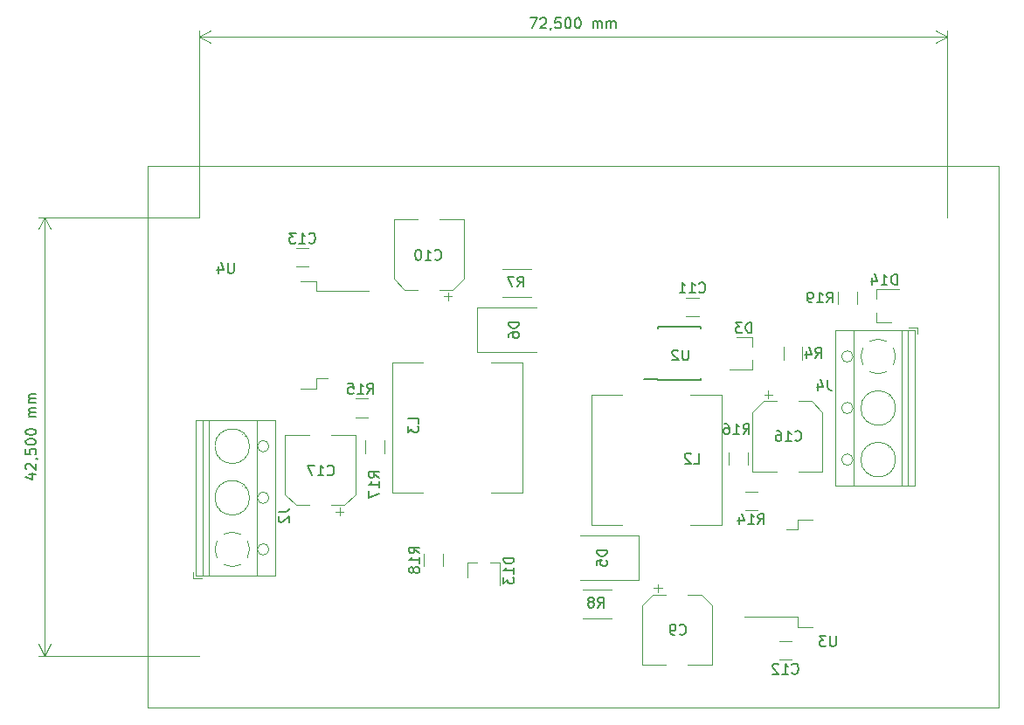
<source format=gbr>
G04 #@! TF.GenerationSoftware,KiCad,Pcbnew,(5.1.0)-1*
G04 #@! TF.CreationDate,2019-06-07T15:42:58+02:00*
G04 #@! TF.ProjectId,DRS,4452532e-6b69-4636-9164-5f7063625858,rev?*
G04 #@! TF.SameCoordinates,Original*
G04 #@! TF.FileFunction,Legend,Bot*
G04 #@! TF.FilePolarity,Positive*
%FSLAX46Y46*%
G04 Gerber Fmt 4.6, Leading zero omitted, Abs format (unit mm)*
G04 Created by KiCad (PCBNEW (5.1.0)-1) date 2019-06-07 15:42:58*
%MOMM*%
%LPD*%
G04 APERTURE LIST*
%ADD10C,0.150000*%
%ADD11C,0.120000*%
%ADD12C,0.100000*%
G04 APERTURE END LIST*
D10*
X82515714Y-80916666D02*
X83182380Y-80916666D01*
X82134761Y-81154761D02*
X82849047Y-81392857D01*
X82849047Y-80773809D01*
X82277619Y-80440476D02*
X82230000Y-80392857D01*
X82182380Y-80297619D01*
X82182380Y-80059523D01*
X82230000Y-79964285D01*
X82277619Y-79916666D01*
X82372857Y-79869047D01*
X82468095Y-79869047D01*
X82610952Y-79916666D01*
X83182380Y-80488095D01*
X83182380Y-79869047D01*
X83134761Y-79392857D02*
X83182380Y-79392857D01*
X83277619Y-79440476D01*
X83325238Y-79488095D01*
X82182380Y-78488095D02*
X82182380Y-78964285D01*
X82658571Y-79011904D01*
X82610952Y-78964285D01*
X82563333Y-78869047D01*
X82563333Y-78630952D01*
X82610952Y-78535714D01*
X82658571Y-78488095D01*
X82753809Y-78440476D01*
X82991904Y-78440476D01*
X83087142Y-78488095D01*
X83134761Y-78535714D01*
X83182380Y-78630952D01*
X83182380Y-78869047D01*
X83134761Y-78964285D01*
X83087142Y-79011904D01*
X82182380Y-77821428D02*
X82182380Y-77726190D01*
X82230000Y-77630952D01*
X82277619Y-77583333D01*
X82372857Y-77535714D01*
X82563333Y-77488095D01*
X82801428Y-77488095D01*
X82991904Y-77535714D01*
X83087142Y-77583333D01*
X83134761Y-77630952D01*
X83182380Y-77726190D01*
X83182380Y-77821428D01*
X83134761Y-77916666D01*
X83087142Y-77964285D01*
X82991904Y-78011904D01*
X82801428Y-78059523D01*
X82563333Y-78059523D01*
X82372857Y-78011904D01*
X82277619Y-77964285D01*
X82230000Y-77916666D01*
X82182380Y-77821428D01*
X82182380Y-76869047D02*
X82182380Y-76773809D01*
X82230000Y-76678571D01*
X82277619Y-76630952D01*
X82372857Y-76583333D01*
X82563333Y-76535714D01*
X82801428Y-76535714D01*
X82991904Y-76583333D01*
X83087142Y-76630952D01*
X83134761Y-76678571D01*
X83182380Y-76773809D01*
X83182380Y-76869047D01*
X83134761Y-76964285D01*
X83087142Y-77011904D01*
X82991904Y-77059523D01*
X82801428Y-77107142D01*
X82563333Y-77107142D01*
X82372857Y-77059523D01*
X82277619Y-77011904D01*
X82230000Y-76964285D01*
X82182380Y-76869047D01*
X83182380Y-75345238D02*
X82515714Y-75345238D01*
X82610952Y-75345238D02*
X82563333Y-75297619D01*
X82515714Y-75202380D01*
X82515714Y-75059523D01*
X82563333Y-74964285D01*
X82658571Y-74916666D01*
X83182380Y-74916666D01*
X82658571Y-74916666D02*
X82563333Y-74869047D01*
X82515714Y-74773809D01*
X82515714Y-74630952D01*
X82563333Y-74535714D01*
X82658571Y-74488095D01*
X83182380Y-74488095D01*
X83182380Y-74011904D02*
X82515714Y-74011904D01*
X82610952Y-74011904D02*
X82563333Y-73964285D01*
X82515714Y-73869047D01*
X82515714Y-73726190D01*
X82563333Y-73630952D01*
X82658571Y-73583333D01*
X83182380Y-73583333D01*
X82658571Y-73583333D02*
X82563333Y-73535714D01*
X82515714Y-73440476D01*
X82515714Y-73297619D01*
X82563333Y-73202380D01*
X82658571Y-73154761D01*
X83182380Y-73154761D01*
D11*
X84000000Y-98500000D02*
X84000000Y-56000000D01*
X99000000Y-98500000D02*
X83413579Y-98500000D01*
X99000000Y-56000000D02*
X83413579Y-56000000D01*
X84000000Y-56000000D02*
X84586421Y-57126504D01*
X84000000Y-56000000D02*
X83413579Y-57126504D01*
X84000000Y-98500000D02*
X84586421Y-97373496D01*
X84000000Y-98500000D02*
X83413579Y-97373496D01*
D10*
X131059523Y-36682380D02*
X131726190Y-36682380D01*
X131297619Y-37682380D01*
X132059523Y-36777619D02*
X132107142Y-36730000D01*
X132202380Y-36682380D01*
X132440476Y-36682380D01*
X132535714Y-36730000D01*
X132583333Y-36777619D01*
X132630952Y-36872857D01*
X132630952Y-36968095D01*
X132583333Y-37110952D01*
X132011904Y-37682380D01*
X132630952Y-37682380D01*
X133107142Y-37634761D02*
X133107142Y-37682380D01*
X133059523Y-37777619D01*
X133011904Y-37825238D01*
X134011904Y-36682380D02*
X133535714Y-36682380D01*
X133488095Y-37158571D01*
X133535714Y-37110952D01*
X133630952Y-37063333D01*
X133869047Y-37063333D01*
X133964285Y-37110952D01*
X134011904Y-37158571D01*
X134059523Y-37253809D01*
X134059523Y-37491904D01*
X134011904Y-37587142D01*
X133964285Y-37634761D01*
X133869047Y-37682380D01*
X133630952Y-37682380D01*
X133535714Y-37634761D01*
X133488095Y-37587142D01*
X134678571Y-36682380D02*
X134773809Y-36682380D01*
X134869047Y-36730000D01*
X134916666Y-36777619D01*
X134964285Y-36872857D01*
X135011904Y-37063333D01*
X135011904Y-37301428D01*
X134964285Y-37491904D01*
X134916666Y-37587142D01*
X134869047Y-37634761D01*
X134773809Y-37682380D01*
X134678571Y-37682380D01*
X134583333Y-37634761D01*
X134535714Y-37587142D01*
X134488095Y-37491904D01*
X134440476Y-37301428D01*
X134440476Y-37063333D01*
X134488095Y-36872857D01*
X134535714Y-36777619D01*
X134583333Y-36730000D01*
X134678571Y-36682380D01*
X135630952Y-36682380D02*
X135726190Y-36682380D01*
X135821428Y-36730000D01*
X135869047Y-36777619D01*
X135916666Y-36872857D01*
X135964285Y-37063333D01*
X135964285Y-37301428D01*
X135916666Y-37491904D01*
X135869047Y-37587142D01*
X135821428Y-37634761D01*
X135726190Y-37682380D01*
X135630952Y-37682380D01*
X135535714Y-37634761D01*
X135488095Y-37587142D01*
X135440476Y-37491904D01*
X135392857Y-37301428D01*
X135392857Y-37063333D01*
X135440476Y-36872857D01*
X135488095Y-36777619D01*
X135535714Y-36730000D01*
X135630952Y-36682380D01*
X137154761Y-37682380D02*
X137154761Y-37015714D01*
X137154761Y-37110952D02*
X137202380Y-37063333D01*
X137297619Y-37015714D01*
X137440476Y-37015714D01*
X137535714Y-37063333D01*
X137583333Y-37158571D01*
X137583333Y-37682380D01*
X137583333Y-37158571D02*
X137630952Y-37063333D01*
X137726190Y-37015714D01*
X137869047Y-37015714D01*
X137964285Y-37063333D01*
X138011904Y-37158571D01*
X138011904Y-37682380D01*
X138488095Y-37682380D02*
X138488095Y-37015714D01*
X138488095Y-37110952D02*
X138535714Y-37063333D01*
X138630952Y-37015714D01*
X138773809Y-37015714D01*
X138869047Y-37063333D01*
X138916666Y-37158571D01*
X138916666Y-37682380D01*
X138916666Y-37158571D02*
X138964285Y-37063333D01*
X139059523Y-37015714D01*
X139202380Y-37015714D01*
X139297619Y-37063333D01*
X139345238Y-37158571D01*
X139345238Y-37682380D01*
D11*
X99000000Y-38500000D02*
X171500000Y-38500000D01*
X99000000Y-56000000D02*
X99000000Y-37913579D01*
X171500000Y-56000000D02*
X171500000Y-37913579D01*
X171500000Y-38500000D02*
X170373496Y-39086421D01*
X171500000Y-38500000D02*
X170373496Y-37913579D01*
X99000000Y-38500000D02*
X100126504Y-39086421D01*
X99000000Y-38500000D02*
X100126504Y-37913579D01*
D12*
X94000000Y-103500000D02*
X176500000Y-103500000D01*
X94000000Y-51000000D02*
X94000000Y-103500000D01*
X176500000Y-51000000D02*
X94000000Y-51000000D01*
X176500000Y-103500000D02*
X176500000Y-51000000D01*
D11*
X117840000Y-56240000D02*
X120190000Y-56240000D01*
X124660000Y-56240000D02*
X122310000Y-56240000D01*
X124660000Y-61995563D02*
X124660000Y-56240000D01*
X117840000Y-61995563D02*
X117840000Y-56240000D01*
X118904437Y-63060000D02*
X120190000Y-63060000D01*
X123595563Y-63060000D02*
X122310000Y-63060000D01*
X123595563Y-63060000D02*
X124660000Y-61995563D01*
X118904437Y-63060000D02*
X117840000Y-61995563D01*
X123097500Y-64087500D02*
X123097500Y-63300000D01*
X123491250Y-63693750D02*
X122703750Y-63693750D01*
X148710000Y-99410000D02*
X146360000Y-99410000D01*
X141890000Y-99410000D02*
X144240000Y-99410000D01*
X141890000Y-93654437D02*
X141890000Y-99410000D01*
X148710000Y-93654437D02*
X148710000Y-99410000D01*
X147645563Y-92590000D02*
X146360000Y-92590000D01*
X142954437Y-92590000D02*
X144240000Y-92590000D01*
X142954437Y-92590000D02*
X141890000Y-93654437D01*
X147645563Y-92590000D02*
X148710000Y-93654437D01*
X143452500Y-91562500D02*
X143452500Y-92350000D01*
X143058750Y-91956250D02*
X143846250Y-91956250D01*
X147402064Y-63790000D02*
X146197936Y-63790000D01*
X147402064Y-65610000D02*
X146197936Y-65610000D01*
X155197936Y-98910000D02*
X156402064Y-98910000D01*
X155197936Y-97090000D02*
X156402064Y-97090000D01*
X109602064Y-60810000D02*
X108397936Y-60810000D01*
X109602064Y-58990000D02*
X108397936Y-58990000D01*
X153758750Y-73206250D02*
X154546250Y-73206250D01*
X154152500Y-72812500D02*
X154152500Y-73600000D01*
X158345563Y-73840000D02*
X159410000Y-74904437D01*
X153654437Y-73840000D02*
X152590000Y-74904437D01*
X153654437Y-73840000D02*
X154940000Y-73840000D01*
X158345563Y-73840000D02*
X157060000Y-73840000D01*
X159410000Y-74904437D02*
X159410000Y-80660000D01*
X152590000Y-74904437D02*
X152590000Y-80660000D01*
X152590000Y-80660000D02*
X154940000Y-80660000D01*
X159410000Y-80660000D02*
X157060000Y-80660000D01*
X112991250Y-84543750D02*
X112203750Y-84543750D01*
X112597500Y-84937500D02*
X112597500Y-84150000D01*
X108404437Y-83910000D02*
X107340000Y-82845563D01*
X113095563Y-83910000D02*
X114160000Y-82845563D01*
X113095563Y-83910000D02*
X111810000Y-83910000D01*
X108404437Y-83910000D02*
X109690000Y-83910000D01*
X107340000Y-82845563D02*
X107340000Y-77090000D01*
X114160000Y-82845563D02*
X114160000Y-77090000D01*
X114160000Y-77090000D02*
X111810000Y-77090000D01*
X107340000Y-77090000D02*
X109690000Y-77090000D01*
X152560000Y-67620000D02*
X152560000Y-68550000D01*
X152560000Y-70780000D02*
X152560000Y-69850000D01*
X152560000Y-70780000D02*
X150400000Y-70780000D01*
X152560000Y-67620000D02*
X151100000Y-67620000D01*
X141600000Y-86850000D02*
X141600000Y-91150000D01*
X141600000Y-91150000D02*
X135900000Y-91150000D01*
X141600000Y-86850000D02*
X135900000Y-86850000D01*
X125950000Y-69050000D02*
X125950000Y-64750000D01*
X125950000Y-64750000D02*
X131650000Y-64750000D01*
X125950000Y-69050000D02*
X131650000Y-69050000D01*
X98400000Y-91000000D02*
X98400000Y-90400000D01*
X99240000Y-91000000D02*
X98400000Y-91000000D01*
X101224000Y-79380000D02*
X101131000Y-79474000D01*
X103475000Y-77130000D02*
X103416000Y-77189000D01*
X100984000Y-79210000D02*
X100926000Y-79269000D01*
X103269000Y-76925000D02*
X103176000Y-77019000D01*
X101224000Y-84380000D02*
X101131000Y-84474000D01*
X103475000Y-82130000D02*
X103416000Y-82189000D01*
X100984000Y-84210000D02*
X100926000Y-84269000D01*
X103269000Y-81925000D02*
X103176000Y-82019000D01*
X106360000Y-75640000D02*
X98639000Y-75640000D01*
X106360000Y-90760000D02*
X98639000Y-90760000D01*
X98639000Y-90760000D02*
X98639000Y-75640000D01*
X106360000Y-90760000D02*
X106360000Y-75640000D01*
X104600000Y-90760000D02*
X104600000Y-75640000D01*
X99900000Y-90760000D02*
X99900000Y-75640000D01*
X99300000Y-90760000D02*
X99300000Y-75640000D01*
X105750000Y-78200000D02*
G75*
G03X105750000Y-78200000I-550000J0D01*
G01*
X103880000Y-78200000D02*
G75*
G03X103880000Y-78200000I-1680000J0D01*
G01*
X105750000Y-83200000D02*
G75*
G03X105750000Y-83200000I-550000J0D01*
G01*
X103880000Y-83200000D02*
G75*
G03X103880000Y-83200000I-1680000J0D01*
G01*
X105750000Y-88200000D02*
G75*
G03X105750000Y-88200000I-550000J0D01*
G01*
X100519550Y-88170617D02*
G75*
G03X100716000Y-88989000I1680450J-29383D01*
G01*
X101410912Y-89683953D02*
G75*
G03X102989000Y-89684000I789088J1483953D01*
G01*
X103683953Y-88989088D02*
G75*
G03X103684000Y-87411000I-1483953J789088D01*
G01*
X102989088Y-86716047D02*
G75*
G03X101411000Y-86716000I-789088J-1483953D01*
G01*
X100716648Y-87411288D02*
G75*
G03X100520000Y-88200000I1483352J-788712D01*
G01*
X166283352Y-70288712D02*
G75*
G03X166480000Y-69500000I-1483352J788712D01*
G01*
X164010912Y-70983953D02*
G75*
G03X165589000Y-70984000I789088J1483953D01*
G01*
X163316047Y-68710912D02*
G75*
G03X163316000Y-70289000I1483953J-789088D01*
G01*
X165589088Y-68016047D02*
G75*
G03X164011000Y-68016000I-789088J-1483953D01*
G01*
X166480450Y-69529383D02*
G75*
G03X166284000Y-68711000I-1680450J29383D01*
G01*
X162350000Y-69500000D02*
G75*
G03X162350000Y-69500000I-550000J0D01*
G01*
X166480000Y-74500000D02*
G75*
G03X166480000Y-74500000I-1680000J0D01*
G01*
X162350000Y-74500000D02*
G75*
G03X162350000Y-74500000I-550000J0D01*
G01*
X166480000Y-79500000D02*
G75*
G03X166480000Y-79500000I-1680000J0D01*
G01*
X162350000Y-79500000D02*
G75*
G03X162350000Y-79500000I-550000J0D01*
G01*
X167700000Y-66940000D02*
X167700000Y-82060000D01*
X167100000Y-66940000D02*
X167100000Y-82060000D01*
X162400000Y-66940000D02*
X162400000Y-82060000D01*
X160640000Y-66940000D02*
X160640000Y-82060000D01*
X168361000Y-66940000D02*
X168361000Y-82060000D01*
X160640000Y-66940000D02*
X168361000Y-66940000D01*
X160640000Y-82060000D02*
X168361000Y-82060000D01*
X163731000Y-75775000D02*
X163824000Y-75681000D01*
X166016000Y-73490000D02*
X166074000Y-73431000D01*
X163525000Y-75570000D02*
X163584000Y-75511000D01*
X165776000Y-73320000D02*
X165869000Y-73226000D01*
X163731000Y-80775000D02*
X163824000Y-80681000D01*
X166016000Y-78490000D02*
X166074000Y-78431000D01*
X163525000Y-80570000D02*
X163584000Y-80511000D01*
X165776000Y-78320000D02*
X165869000Y-78226000D01*
X167760000Y-66700000D02*
X168600000Y-66700000D01*
X168600000Y-66700000D02*
X168600000Y-67300000D01*
X140000000Y-73200000D02*
X137000000Y-73200000D01*
X137000000Y-73200000D02*
X137000000Y-85800000D01*
X137000000Y-85800000D02*
X140000000Y-85800000D01*
X146600000Y-85800000D02*
X149600000Y-85800000D01*
X149600000Y-85800000D02*
X149600000Y-73200000D01*
X149600000Y-73200000D02*
X146600000Y-73200000D01*
X117700000Y-82700000D02*
X120700000Y-82700000D01*
X117700000Y-70100000D02*
X117700000Y-82700000D01*
X120700000Y-70100000D02*
X117700000Y-70100000D01*
X130300000Y-70100000D02*
X127300000Y-70100000D01*
X130300000Y-82700000D02*
X130300000Y-70100000D01*
X127300000Y-82700000D02*
X130300000Y-82700000D01*
X157460000Y-69802064D02*
X157460000Y-68597936D01*
X155640000Y-69802064D02*
X155640000Y-68597936D01*
D10*
X143475000Y-71775000D02*
X143475000Y-71725000D01*
X147625000Y-71775000D02*
X147625000Y-71630000D01*
X147625000Y-66625000D02*
X147625000Y-66770000D01*
X143475000Y-66625000D02*
X143475000Y-66770000D01*
X143475000Y-71775000D02*
X147625000Y-71775000D01*
X143475000Y-66625000D02*
X147625000Y-66625000D01*
X143475000Y-71725000D02*
X142075000Y-71725000D01*
D11*
X156975000Y-86250000D02*
X155875000Y-86250000D01*
X156975000Y-85300000D02*
X156975000Y-86250000D01*
X158475000Y-85300000D02*
X156975000Y-85300000D01*
X156975000Y-94750000D02*
X151850000Y-94750000D01*
X156975000Y-95700000D02*
X156975000Y-94750000D01*
X158475000Y-95700000D02*
X156975000Y-95700000D01*
X108825000Y-62200000D02*
X110325000Y-62200000D01*
X110325000Y-62200000D02*
X110325000Y-63150000D01*
X110325000Y-63150000D02*
X115450000Y-63150000D01*
X108825000Y-72600000D02*
X110325000Y-72600000D01*
X110325000Y-72600000D02*
X110325000Y-71650000D01*
X110325000Y-71650000D02*
X111425000Y-71650000D01*
X128347936Y-63760000D02*
X131152064Y-63760000D01*
X128347936Y-61040000D02*
X131152064Y-61040000D01*
X138952064Y-94860000D02*
X136147936Y-94860000D01*
X138952064Y-92140000D02*
X136147936Y-92140000D01*
X153102064Y-84410000D02*
X151897936Y-84410000D01*
X153102064Y-82590000D02*
X151897936Y-82590000D01*
X114147936Y-73590000D02*
X115352064Y-73590000D01*
X114147936Y-75410000D02*
X115352064Y-75410000D01*
X152160000Y-80002064D02*
X152160000Y-78797936D01*
X150340000Y-80002064D02*
X150340000Y-78797936D01*
X115090000Y-77647936D02*
X115090000Y-78852064D01*
X116910000Y-77647936D02*
X116910000Y-78852064D01*
X124956000Y-89476000D02*
X125886000Y-89476000D01*
X128116000Y-89476000D02*
X127186000Y-89476000D01*
X128116000Y-89476000D02*
X128116000Y-91636000D01*
X124956000Y-89476000D02*
X124956000Y-90936000D01*
X164638000Y-66162000D02*
X166098000Y-66162000D01*
X164638000Y-63002000D02*
X166798000Y-63002000D01*
X164638000Y-63002000D02*
X164638000Y-63932000D01*
X164638000Y-66162000D02*
X164638000Y-65232000D01*
X122620000Y-88617936D02*
X122620000Y-89822064D01*
X120800000Y-88617936D02*
X120800000Y-89822064D01*
X160932000Y-63217936D02*
X160932000Y-64422064D01*
X162752000Y-63217936D02*
X162752000Y-64422064D01*
D10*
X121844857Y-60062342D02*
X121892476Y-60109961D01*
X122035333Y-60157580D01*
X122130571Y-60157580D01*
X122273428Y-60109961D01*
X122368666Y-60014723D01*
X122416285Y-59919485D01*
X122463904Y-59729009D01*
X122463904Y-59586152D01*
X122416285Y-59395676D01*
X122368666Y-59300438D01*
X122273428Y-59205200D01*
X122130571Y-59157580D01*
X122035333Y-59157580D01*
X121892476Y-59205200D01*
X121844857Y-59252819D01*
X120892476Y-60157580D02*
X121463904Y-60157580D01*
X121178190Y-60157580D02*
X121178190Y-59157580D01*
X121273428Y-59300438D01*
X121368666Y-59395676D01*
X121463904Y-59443295D01*
X120273428Y-59157580D02*
X120178190Y-59157580D01*
X120082952Y-59205200D01*
X120035333Y-59252819D01*
X119987714Y-59348057D01*
X119940095Y-59538533D01*
X119940095Y-59776628D01*
X119987714Y-59967104D01*
X120035333Y-60062342D01*
X120082952Y-60109961D01*
X120178190Y-60157580D01*
X120273428Y-60157580D01*
X120368666Y-60109961D01*
X120416285Y-60062342D01*
X120463904Y-59967104D01*
X120511523Y-59776628D01*
X120511523Y-59538533D01*
X120463904Y-59348057D01*
X120416285Y-59252819D01*
X120368666Y-59205200D01*
X120273428Y-59157580D01*
X145549466Y-96384342D02*
X145597085Y-96431961D01*
X145739942Y-96479580D01*
X145835180Y-96479580D01*
X145978038Y-96431961D01*
X146073276Y-96336723D01*
X146120895Y-96241485D01*
X146168514Y-96051009D01*
X146168514Y-95908152D01*
X146120895Y-95717676D01*
X146073276Y-95622438D01*
X145978038Y-95527200D01*
X145835180Y-95479580D01*
X145739942Y-95479580D01*
X145597085Y-95527200D01*
X145549466Y-95574819D01*
X145073276Y-96479580D02*
X144882800Y-96479580D01*
X144787561Y-96431961D01*
X144739942Y-96384342D01*
X144644704Y-96241485D01*
X144597085Y-96051009D01*
X144597085Y-95670057D01*
X144644704Y-95574819D01*
X144692323Y-95527200D01*
X144787561Y-95479580D01*
X144978038Y-95479580D01*
X145073276Y-95527200D01*
X145120895Y-95574819D01*
X145168514Y-95670057D01*
X145168514Y-95908152D01*
X145120895Y-96003390D01*
X145073276Y-96051009D01*
X144978038Y-96098628D01*
X144787561Y-96098628D01*
X144692323Y-96051009D01*
X144644704Y-96003390D01*
X144597085Y-95908152D01*
X147442857Y-63237142D02*
X147490476Y-63284761D01*
X147633333Y-63332380D01*
X147728571Y-63332380D01*
X147871428Y-63284761D01*
X147966666Y-63189523D01*
X148014285Y-63094285D01*
X148061904Y-62903809D01*
X148061904Y-62760952D01*
X148014285Y-62570476D01*
X147966666Y-62475238D01*
X147871428Y-62380000D01*
X147728571Y-62332380D01*
X147633333Y-62332380D01*
X147490476Y-62380000D01*
X147442857Y-62427619D01*
X146490476Y-63332380D02*
X147061904Y-63332380D01*
X146776190Y-63332380D02*
X146776190Y-62332380D01*
X146871428Y-62475238D01*
X146966666Y-62570476D01*
X147061904Y-62618095D01*
X145538095Y-63332380D02*
X146109523Y-63332380D01*
X145823809Y-63332380D02*
X145823809Y-62332380D01*
X145919047Y-62475238D01*
X146014285Y-62570476D01*
X146109523Y-62618095D01*
X156442857Y-100177142D02*
X156490476Y-100224761D01*
X156633333Y-100272380D01*
X156728571Y-100272380D01*
X156871428Y-100224761D01*
X156966666Y-100129523D01*
X157014285Y-100034285D01*
X157061904Y-99843809D01*
X157061904Y-99700952D01*
X157014285Y-99510476D01*
X156966666Y-99415238D01*
X156871428Y-99320000D01*
X156728571Y-99272380D01*
X156633333Y-99272380D01*
X156490476Y-99320000D01*
X156442857Y-99367619D01*
X155490476Y-100272380D02*
X156061904Y-100272380D01*
X155776190Y-100272380D02*
X155776190Y-99272380D01*
X155871428Y-99415238D01*
X155966666Y-99510476D01*
X156061904Y-99558095D01*
X155109523Y-99367619D02*
X155061904Y-99320000D01*
X154966666Y-99272380D01*
X154728571Y-99272380D01*
X154633333Y-99320000D01*
X154585714Y-99367619D01*
X154538095Y-99462857D01*
X154538095Y-99558095D01*
X154585714Y-99700952D01*
X155157142Y-100272380D01*
X154538095Y-100272380D01*
X109642857Y-58437142D02*
X109690476Y-58484761D01*
X109833333Y-58532380D01*
X109928571Y-58532380D01*
X110071428Y-58484761D01*
X110166666Y-58389523D01*
X110214285Y-58294285D01*
X110261904Y-58103809D01*
X110261904Y-57960952D01*
X110214285Y-57770476D01*
X110166666Y-57675238D01*
X110071428Y-57580000D01*
X109928571Y-57532380D01*
X109833333Y-57532380D01*
X109690476Y-57580000D01*
X109642857Y-57627619D01*
X108690476Y-58532380D02*
X109261904Y-58532380D01*
X108976190Y-58532380D02*
X108976190Y-57532380D01*
X109071428Y-57675238D01*
X109166666Y-57770476D01*
X109261904Y-57818095D01*
X108357142Y-57532380D02*
X107738095Y-57532380D01*
X108071428Y-57913333D01*
X107928571Y-57913333D01*
X107833333Y-57960952D01*
X107785714Y-58008571D01*
X107738095Y-58103809D01*
X107738095Y-58341904D01*
X107785714Y-58437142D01*
X107833333Y-58484761D01*
X107928571Y-58532380D01*
X108214285Y-58532380D01*
X108309523Y-58484761D01*
X108357142Y-58437142D01*
X156744457Y-77607142D02*
X156792076Y-77654761D01*
X156934933Y-77702380D01*
X157030171Y-77702380D01*
X157173028Y-77654761D01*
X157268266Y-77559523D01*
X157315885Y-77464285D01*
X157363504Y-77273809D01*
X157363504Y-77130952D01*
X157315885Y-76940476D01*
X157268266Y-76845238D01*
X157173028Y-76750000D01*
X157030171Y-76702380D01*
X156934933Y-76702380D01*
X156792076Y-76750000D01*
X156744457Y-76797619D01*
X155792076Y-77702380D02*
X156363504Y-77702380D01*
X156077790Y-77702380D02*
X156077790Y-76702380D01*
X156173028Y-76845238D01*
X156268266Y-76940476D01*
X156363504Y-76988095D01*
X154934933Y-76702380D02*
X155125409Y-76702380D01*
X155220647Y-76750000D01*
X155268266Y-76797619D01*
X155363504Y-76940476D01*
X155411123Y-77130952D01*
X155411123Y-77511904D01*
X155363504Y-77607142D01*
X155315885Y-77654761D01*
X155220647Y-77702380D01*
X155030171Y-77702380D01*
X154934933Y-77654761D01*
X154887314Y-77607142D01*
X154839695Y-77511904D01*
X154839695Y-77273809D01*
X154887314Y-77178571D01*
X154934933Y-77130952D01*
X155030171Y-77083333D01*
X155220647Y-77083333D01*
X155315885Y-77130952D01*
X155363504Y-77178571D01*
X155411123Y-77273809D01*
X111430857Y-80941142D02*
X111478476Y-80988761D01*
X111621333Y-81036380D01*
X111716571Y-81036380D01*
X111859428Y-80988761D01*
X111954666Y-80893523D01*
X112002285Y-80798285D01*
X112049904Y-80607809D01*
X112049904Y-80464952D01*
X112002285Y-80274476D01*
X111954666Y-80179238D01*
X111859428Y-80084000D01*
X111716571Y-80036380D01*
X111621333Y-80036380D01*
X111478476Y-80084000D01*
X111430857Y-80131619D01*
X110478476Y-81036380D02*
X111049904Y-81036380D01*
X110764190Y-81036380D02*
X110764190Y-80036380D01*
X110859428Y-80179238D01*
X110954666Y-80274476D01*
X111049904Y-80322095D01*
X110145142Y-80036380D02*
X109478476Y-80036380D01*
X109907047Y-81036380D01*
X152521695Y-67218780D02*
X152521695Y-66218780D01*
X152283600Y-66218780D01*
X152140742Y-66266400D01*
X152045504Y-66361638D01*
X151997885Y-66456876D01*
X151950266Y-66647352D01*
X151950266Y-66790209D01*
X151997885Y-66980685D01*
X152045504Y-67075923D01*
X152140742Y-67171161D01*
X152283600Y-67218780D01*
X152521695Y-67218780D01*
X151616933Y-66218780D02*
X150997885Y-66218780D01*
X151331219Y-66599733D01*
X151188361Y-66599733D01*
X151093123Y-66647352D01*
X151045504Y-66694971D01*
X150997885Y-66790209D01*
X150997885Y-67028304D01*
X151045504Y-67123542D01*
X151093123Y-67171161D01*
X151188361Y-67218780D01*
X151474076Y-67218780D01*
X151569314Y-67171161D01*
X151616933Y-67123542D01*
X138519980Y-88278704D02*
X137519980Y-88278704D01*
X137519980Y-88516800D01*
X137567600Y-88659657D01*
X137662838Y-88754895D01*
X137758076Y-88802514D01*
X137948552Y-88850133D01*
X138091409Y-88850133D01*
X138281885Y-88802514D01*
X138377123Y-88754895D01*
X138472361Y-88659657D01*
X138519980Y-88516800D01*
X138519980Y-88278704D01*
X137519980Y-89754895D02*
X137519980Y-89278704D01*
X137996171Y-89231085D01*
X137948552Y-89278704D01*
X137900933Y-89373942D01*
X137900933Y-89612038D01*
X137948552Y-89707276D01*
X137996171Y-89754895D01*
X138091409Y-89802514D01*
X138329504Y-89802514D01*
X138424742Y-89754895D01*
X138472361Y-89707276D01*
X138519980Y-89612038D01*
X138519980Y-89373942D01*
X138472361Y-89278704D01*
X138424742Y-89231085D01*
X129985580Y-66180704D02*
X128985580Y-66180704D01*
X128985580Y-66418800D01*
X129033200Y-66561657D01*
X129128438Y-66656895D01*
X129223676Y-66704514D01*
X129414152Y-66752133D01*
X129557009Y-66752133D01*
X129747485Y-66704514D01*
X129842723Y-66656895D01*
X129937961Y-66561657D01*
X129985580Y-66418800D01*
X129985580Y-66180704D01*
X128985580Y-67609276D02*
X128985580Y-67418800D01*
X129033200Y-67323561D01*
X129080819Y-67275942D01*
X129223676Y-67180704D01*
X129414152Y-67133085D01*
X129795104Y-67133085D01*
X129890342Y-67180704D01*
X129937961Y-67228323D01*
X129985580Y-67323561D01*
X129985580Y-67514038D01*
X129937961Y-67609276D01*
X129890342Y-67656895D01*
X129795104Y-67704514D01*
X129557009Y-67704514D01*
X129461771Y-67656895D01*
X129414152Y-67609276D01*
X129366533Y-67514038D01*
X129366533Y-67323561D01*
X129414152Y-67228323D01*
X129461771Y-67180704D01*
X129557009Y-67133085D01*
X106684380Y-84568666D02*
X107398666Y-84568666D01*
X107541523Y-84521047D01*
X107636761Y-84425809D01*
X107684380Y-84282952D01*
X107684380Y-84187714D01*
X106779619Y-84997238D02*
X106732000Y-85044857D01*
X106684380Y-85140095D01*
X106684380Y-85378190D01*
X106732000Y-85473428D01*
X106779619Y-85521047D01*
X106874857Y-85568666D01*
X106970095Y-85568666D01*
X107112952Y-85521047D01*
X107684380Y-84949619D01*
X107684380Y-85568666D01*
X159889333Y-71781380D02*
X159889333Y-72495666D01*
X159936952Y-72638523D01*
X160032190Y-72733761D01*
X160175047Y-72781380D01*
X160270285Y-72781380D01*
X158984571Y-72114714D02*
X158984571Y-72781380D01*
X159222666Y-71733761D02*
X159460761Y-72448047D01*
X158841714Y-72448047D01*
X146921066Y-79867980D02*
X147397257Y-79867980D01*
X147397257Y-78867980D01*
X146635352Y-78963219D02*
X146587733Y-78915600D01*
X146492495Y-78867980D01*
X146254400Y-78867980D01*
X146159161Y-78915600D01*
X146111542Y-78963219D01*
X146063923Y-79058457D01*
X146063923Y-79153695D01*
X146111542Y-79296552D01*
X146682971Y-79867980D01*
X146063923Y-79867980D01*
X120231980Y-75997733D02*
X120231980Y-75521542D01*
X119231980Y-75521542D01*
X119231980Y-76235828D02*
X119231980Y-76854876D01*
X119612933Y-76521542D01*
X119612933Y-76664400D01*
X119660552Y-76759638D01*
X119708171Y-76807257D01*
X119803409Y-76854876D01*
X120041504Y-76854876D01*
X120136742Y-76807257D01*
X120184361Y-76759638D01*
X120231980Y-76664400D01*
X120231980Y-76378685D01*
X120184361Y-76283447D01*
X120136742Y-76235828D01*
X158706666Y-69652380D02*
X159040000Y-69176190D01*
X159278095Y-69652380D02*
X159278095Y-68652380D01*
X158897142Y-68652380D01*
X158801904Y-68700000D01*
X158754285Y-68747619D01*
X158706666Y-68842857D01*
X158706666Y-68985714D01*
X158754285Y-69080952D01*
X158801904Y-69128571D01*
X158897142Y-69176190D01*
X159278095Y-69176190D01*
X157849523Y-68985714D02*
X157849523Y-69652380D01*
X158087619Y-68604761D02*
X158325714Y-69319047D01*
X157706666Y-69319047D01*
X146398704Y-68860380D02*
X146398704Y-69669904D01*
X146351085Y-69765142D01*
X146303466Y-69812761D01*
X146208228Y-69860380D01*
X146017752Y-69860380D01*
X145922514Y-69812761D01*
X145874895Y-69765142D01*
X145827276Y-69669904D01*
X145827276Y-68860380D01*
X145398704Y-68955619D02*
X145351085Y-68908000D01*
X145255847Y-68860380D01*
X145017752Y-68860380D01*
X144922514Y-68908000D01*
X144874895Y-68955619D01*
X144827276Y-69050857D01*
X144827276Y-69146095D01*
X144874895Y-69288952D01*
X145446323Y-69860380D01*
X144827276Y-69860380D01*
X160686904Y-96602380D02*
X160686904Y-97411904D01*
X160639285Y-97507142D01*
X160591666Y-97554761D01*
X160496428Y-97602380D01*
X160305952Y-97602380D01*
X160210714Y-97554761D01*
X160163095Y-97507142D01*
X160115476Y-97411904D01*
X160115476Y-96602380D01*
X159734523Y-96602380D02*
X159115476Y-96602380D01*
X159448809Y-96983333D01*
X159305952Y-96983333D01*
X159210714Y-97030952D01*
X159163095Y-97078571D01*
X159115476Y-97173809D01*
X159115476Y-97411904D01*
X159163095Y-97507142D01*
X159210714Y-97554761D01*
X159305952Y-97602380D01*
X159591666Y-97602380D01*
X159686904Y-97554761D01*
X159734523Y-97507142D01*
X102355104Y-60427580D02*
X102355104Y-61237104D01*
X102307485Y-61332342D01*
X102259866Y-61379961D01*
X102164628Y-61427580D01*
X101974152Y-61427580D01*
X101878914Y-61379961D01*
X101831295Y-61332342D01*
X101783676Y-61237104D01*
X101783676Y-60427580D01*
X100878914Y-60760914D02*
X100878914Y-61427580D01*
X101117009Y-60379961D02*
X101355104Y-61094247D01*
X100736057Y-61094247D01*
X129852266Y-62748380D02*
X130185600Y-62272190D01*
X130423695Y-62748380D02*
X130423695Y-61748380D01*
X130042742Y-61748380D01*
X129947504Y-61796000D01*
X129899885Y-61843619D01*
X129852266Y-61938857D01*
X129852266Y-62081714D01*
X129899885Y-62176952D01*
X129947504Y-62224571D01*
X130042742Y-62272190D01*
X130423695Y-62272190D01*
X129518933Y-61748380D02*
X128852266Y-61748380D01*
X129280838Y-62748380D01*
X137624666Y-93837980D02*
X137958000Y-93361790D01*
X138196095Y-93837980D02*
X138196095Y-92837980D01*
X137815142Y-92837980D01*
X137719904Y-92885600D01*
X137672285Y-92933219D01*
X137624666Y-93028457D01*
X137624666Y-93171314D01*
X137672285Y-93266552D01*
X137719904Y-93314171D01*
X137815142Y-93361790D01*
X138196095Y-93361790D01*
X137053238Y-93266552D02*
X137148476Y-93218933D01*
X137196095Y-93171314D01*
X137243714Y-93076076D01*
X137243714Y-93028457D01*
X137196095Y-92933219D01*
X137148476Y-92885600D01*
X137053238Y-92837980D01*
X136862761Y-92837980D01*
X136767523Y-92885600D01*
X136719904Y-92933219D01*
X136672285Y-93028457D01*
X136672285Y-93076076D01*
X136719904Y-93171314D01*
X136767523Y-93218933D01*
X136862761Y-93266552D01*
X137053238Y-93266552D01*
X137148476Y-93314171D01*
X137196095Y-93361790D01*
X137243714Y-93457028D01*
X137243714Y-93647504D01*
X137196095Y-93742742D01*
X137148476Y-93790361D01*
X137053238Y-93837980D01*
X136862761Y-93837980D01*
X136767523Y-93790361D01*
X136719904Y-93742742D01*
X136672285Y-93647504D01*
X136672285Y-93457028D01*
X136719904Y-93361790D01*
X136767523Y-93314171D01*
X136862761Y-93266552D01*
X153142857Y-85760780D02*
X153476190Y-85284590D01*
X153714285Y-85760780D02*
X153714285Y-84760780D01*
X153333333Y-84760780D01*
X153238095Y-84808400D01*
X153190476Y-84856019D01*
X153142857Y-84951257D01*
X153142857Y-85094114D01*
X153190476Y-85189352D01*
X153238095Y-85236971D01*
X153333333Y-85284590D01*
X153714285Y-85284590D01*
X152190476Y-85760780D02*
X152761904Y-85760780D01*
X152476190Y-85760780D02*
X152476190Y-84760780D01*
X152571428Y-84903638D01*
X152666666Y-84998876D01*
X152761904Y-85046495D01*
X151333333Y-85094114D02*
X151333333Y-85760780D01*
X151571428Y-84713161D02*
X151809523Y-85427447D01*
X151190476Y-85427447D01*
X115291657Y-73111580D02*
X115624990Y-72635390D01*
X115863085Y-73111580D02*
X115863085Y-72111580D01*
X115482133Y-72111580D01*
X115386895Y-72159200D01*
X115339276Y-72206819D01*
X115291657Y-72302057D01*
X115291657Y-72444914D01*
X115339276Y-72540152D01*
X115386895Y-72587771D01*
X115482133Y-72635390D01*
X115863085Y-72635390D01*
X114339276Y-73111580D02*
X114910704Y-73111580D01*
X114624990Y-73111580D02*
X114624990Y-72111580D01*
X114720228Y-72254438D01*
X114815466Y-72349676D01*
X114910704Y-72397295D01*
X113434514Y-72111580D02*
X113910704Y-72111580D01*
X113958323Y-72587771D01*
X113910704Y-72540152D01*
X113815466Y-72492533D01*
X113577371Y-72492533D01*
X113482133Y-72540152D01*
X113434514Y-72587771D01*
X113386895Y-72683009D01*
X113386895Y-72921104D01*
X113434514Y-73016342D01*
X113482133Y-73063961D01*
X113577371Y-73111580D01*
X113815466Y-73111580D01*
X113910704Y-73063961D01*
X113958323Y-73016342D01*
X151715257Y-77023180D02*
X152048590Y-76546990D01*
X152286685Y-77023180D02*
X152286685Y-76023180D01*
X151905733Y-76023180D01*
X151810495Y-76070800D01*
X151762876Y-76118419D01*
X151715257Y-76213657D01*
X151715257Y-76356514D01*
X151762876Y-76451752D01*
X151810495Y-76499371D01*
X151905733Y-76546990D01*
X152286685Y-76546990D01*
X150762876Y-77023180D02*
X151334304Y-77023180D01*
X151048590Y-77023180D02*
X151048590Y-76023180D01*
X151143828Y-76166038D01*
X151239066Y-76261276D01*
X151334304Y-76308895D01*
X149905733Y-76023180D02*
X150096209Y-76023180D01*
X150191447Y-76070800D01*
X150239066Y-76118419D01*
X150334304Y-76261276D01*
X150381923Y-76451752D01*
X150381923Y-76832704D01*
X150334304Y-76927942D01*
X150286685Y-76975561D01*
X150191447Y-77023180D01*
X150000971Y-77023180D01*
X149905733Y-76975561D01*
X149858114Y-76927942D01*
X149810495Y-76832704D01*
X149810495Y-76594609D01*
X149858114Y-76499371D01*
X149905733Y-76451752D01*
X150000971Y-76404133D01*
X150191447Y-76404133D01*
X150286685Y-76451752D01*
X150334304Y-76499371D01*
X150381923Y-76594609D01*
X116421980Y-81261942D02*
X115945790Y-80928609D01*
X116421980Y-80690514D02*
X115421980Y-80690514D01*
X115421980Y-81071466D01*
X115469600Y-81166704D01*
X115517219Y-81214323D01*
X115612457Y-81261942D01*
X115755314Y-81261942D01*
X115850552Y-81214323D01*
X115898171Y-81166704D01*
X115945790Y-81071466D01*
X115945790Y-80690514D01*
X116421980Y-82214323D02*
X116421980Y-81642895D01*
X116421980Y-81928609D02*
X115421980Y-81928609D01*
X115564838Y-81833371D01*
X115660076Y-81738133D01*
X115707695Y-81642895D01*
X115421980Y-82547657D02*
X115421980Y-83214323D01*
X116421980Y-82785752D01*
X129488380Y-89021714D02*
X128488380Y-89021714D01*
X128488380Y-89259809D01*
X128536000Y-89402666D01*
X128631238Y-89497904D01*
X128726476Y-89545523D01*
X128916952Y-89593142D01*
X129059809Y-89593142D01*
X129250285Y-89545523D01*
X129345523Y-89497904D01*
X129440761Y-89402666D01*
X129488380Y-89259809D01*
X129488380Y-89021714D01*
X129488380Y-90545523D02*
X129488380Y-89974095D01*
X129488380Y-90259809D02*
X128488380Y-90259809D01*
X128631238Y-90164571D01*
X128726476Y-90069333D01*
X128774095Y-89974095D01*
X128488380Y-90878857D02*
X128488380Y-91497904D01*
X128869333Y-91164571D01*
X128869333Y-91307428D01*
X128916952Y-91402666D01*
X128964571Y-91450285D01*
X129059809Y-91497904D01*
X129297904Y-91497904D01*
X129393142Y-91450285D01*
X129440761Y-91402666D01*
X129488380Y-91307428D01*
X129488380Y-91021714D01*
X129440761Y-90926476D01*
X129393142Y-90878857D01*
X166612285Y-62534380D02*
X166612285Y-61534380D01*
X166374190Y-61534380D01*
X166231333Y-61582000D01*
X166136095Y-61677238D01*
X166088476Y-61772476D01*
X166040857Y-61962952D01*
X166040857Y-62105809D01*
X166088476Y-62296285D01*
X166136095Y-62391523D01*
X166231333Y-62486761D01*
X166374190Y-62534380D01*
X166612285Y-62534380D01*
X165088476Y-62534380D02*
X165659904Y-62534380D01*
X165374190Y-62534380D02*
X165374190Y-61534380D01*
X165469428Y-61677238D01*
X165564666Y-61772476D01*
X165659904Y-61820095D01*
X164231333Y-61867714D02*
X164231333Y-62534380D01*
X164469428Y-61486761D02*
X164707523Y-62201047D01*
X164088476Y-62201047D01*
X120342380Y-88577142D02*
X119866190Y-88243809D01*
X120342380Y-88005714D02*
X119342380Y-88005714D01*
X119342380Y-88386666D01*
X119390000Y-88481904D01*
X119437619Y-88529523D01*
X119532857Y-88577142D01*
X119675714Y-88577142D01*
X119770952Y-88529523D01*
X119818571Y-88481904D01*
X119866190Y-88386666D01*
X119866190Y-88005714D01*
X120342380Y-89529523D02*
X120342380Y-88958095D01*
X120342380Y-89243809D02*
X119342380Y-89243809D01*
X119485238Y-89148571D01*
X119580476Y-89053333D01*
X119628095Y-88958095D01*
X119770952Y-90100952D02*
X119723333Y-90005714D01*
X119675714Y-89958095D01*
X119580476Y-89910476D01*
X119532857Y-89910476D01*
X119437619Y-89958095D01*
X119390000Y-90005714D01*
X119342380Y-90100952D01*
X119342380Y-90291428D01*
X119390000Y-90386666D01*
X119437619Y-90434285D01*
X119532857Y-90481904D01*
X119580476Y-90481904D01*
X119675714Y-90434285D01*
X119723333Y-90386666D01*
X119770952Y-90291428D01*
X119770952Y-90100952D01*
X119818571Y-90005714D01*
X119866190Y-89958095D01*
X119961428Y-89910476D01*
X120151904Y-89910476D01*
X120247142Y-89958095D01*
X120294761Y-90005714D01*
X120342380Y-90100952D01*
X120342380Y-90291428D01*
X120294761Y-90386666D01*
X120247142Y-90434285D01*
X120151904Y-90481904D01*
X119961428Y-90481904D01*
X119866190Y-90434285D01*
X119818571Y-90386666D01*
X119770952Y-90291428D01*
X159817857Y-64272380D02*
X160151190Y-63796190D01*
X160389285Y-64272380D02*
X160389285Y-63272380D01*
X160008333Y-63272380D01*
X159913095Y-63320000D01*
X159865476Y-63367619D01*
X159817857Y-63462857D01*
X159817857Y-63605714D01*
X159865476Y-63700952D01*
X159913095Y-63748571D01*
X160008333Y-63796190D01*
X160389285Y-63796190D01*
X158865476Y-64272380D02*
X159436904Y-64272380D01*
X159151190Y-64272380D02*
X159151190Y-63272380D01*
X159246428Y-63415238D01*
X159341666Y-63510476D01*
X159436904Y-63558095D01*
X158389285Y-64272380D02*
X158198809Y-64272380D01*
X158103571Y-64224761D01*
X158055952Y-64177142D01*
X157960714Y-64034285D01*
X157913095Y-63843809D01*
X157913095Y-63462857D01*
X157960714Y-63367619D01*
X158008333Y-63320000D01*
X158103571Y-63272380D01*
X158294047Y-63272380D01*
X158389285Y-63320000D01*
X158436904Y-63367619D01*
X158484523Y-63462857D01*
X158484523Y-63700952D01*
X158436904Y-63796190D01*
X158389285Y-63843809D01*
X158294047Y-63891428D01*
X158103571Y-63891428D01*
X158008333Y-63843809D01*
X157960714Y-63796190D01*
X157913095Y-63700952D01*
M02*

</source>
